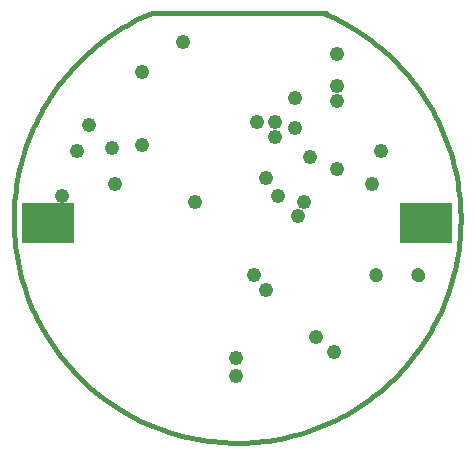
<source format=gbs>
G75*
%MOIN*%
%OFA0B0*%
%FSLAX25Y25*%
%IPPOS*%
%LPD*%
%AMOC8*
5,1,8,0,0,1.08239X$1,22.5*
%
%ADD10C,0.01600*%
%ADD11R,0.17800X0.13600*%
%ADD12C,0.00000*%
%ADD13C,0.04737*%
%ADD14C,0.04800*%
D10*
X0059923Y0145895D02*
X0058243Y0145181D01*
X0056581Y0144427D01*
X0054938Y0143632D01*
X0053314Y0142797D01*
X0051712Y0141922D01*
X0050132Y0141008D01*
X0048574Y0140056D01*
X0047041Y0139066D01*
X0045532Y0138039D01*
X0044048Y0136975D01*
X0042591Y0135875D01*
X0041162Y0134740D01*
X0039761Y0133569D01*
X0038389Y0132365D01*
X0037047Y0131128D01*
X0035735Y0129858D01*
X0034455Y0128557D01*
X0033208Y0127224D01*
X0031993Y0125861D01*
X0030812Y0124469D01*
X0029666Y0123048D01*
X0028555Y0121600D01*
X0027480Y0120125D01*
X0026441Y0118624D01*
X0025439Y0117098D01*
X0024475Y0115548D01*
X0023549Y0113974D01*
X0022662Y0112379D01*
X0021815Y0110762D01*
X0021007Y0109125D01*
X0020240Y0107469D01*
X0019513Y0105794D01*
X0018828Y0104102D01*
X0018185Y0102394D01*
X0017583Y0100670D01*
X0017024Y0098933D01*
X0016508Y0097182D01*
X0016035Y0095419D01*
X0015605Y0093644D01*
X0015218Y0091860D01*
X0014876Y0090067D01*
X0014578Y0088266D01*
X0014324Y0086459D01*
X0014114Y0084645D01*
X0013949Y0082827D01*
X0013828Y0081006D01*
X0013752Y0079182D01*
X0013721Y0077357D01*
X0013734Y0075531D01*
X0013793Y0073707D01*
X0013896Y0071884D01*
X0014043Y0070065D01*
X0014235Y0068249D01*
X0014472Y0066439D01*
X0014753Y0064636D01*
X0015078Y0062839D01*
X0015447Y0061052D01*
X0015860Y0059273D01*
X0016316Y0057506D01*
X0016815Y0055750D01*
X0017357Y0054007D01*
X0017942Y0052278D01*
X0018569Y0050563D01*
X0019238Y0048865D01*
X0019948Y0047183D01*
X0020699Y0045519D01*
X0021491Y0043874D01*
X0022323Y0042249D01*
X0023194Y0040645D01*
X0024105Y0039063D01*
X0025054Y0037504D01*
X0026040Y0035968D01*
X0027065Y0034457D01*
X0028126Y0032972D01*
X0029223Y0031513D01*
X0030355Y0030081D01*
X0031523Y0028677D01*
X0032724Y0027303D01*
X0033958Y0025958D01*
X0035226Y0024644D01*
X0036525Y0023362D01*
X0037855Y0022112D01*
X0039215Y0020894D01*
X0040605Y0019711D01*
X0042023Y0018562D01*
X0043469Y0017448D01*
X0044942Y0016369D01*
X0046441Y0015327D01*
X0047965Y0014323D01*
X0049513Y0013355D01*
X0051085Y0012427D01*
X0052679Y0011536D01*
X0054294Y0010686D01*
X0055929Y0009875D01*
X0057584Y0009104D01*
X0059257Y0008374D01*
X0060948Y0007686D01*
X0062655Y0007039D01*
X0064377Y0006434D01*
X0066114Y0005871D01*
X0067864Y0005351D01*
X0069626Y0004875D01*
X0071399Y0004441D01*
X0073182Y0004051D01*
X0074975Y0003705D01*
X0076775Y0003403D01*
X0078582Y0003146D01*
X0080395Y0002932D01*
X0082213Y0002763D01*
X0084034Y0002639D01*
X0085858Y0002560D01*
X0087683Y0002525D01*
X0089508Y0002535D01*
X0091333Y0002589D01*
X0093156Y0002689D01*
X0094976Y0002832D01*
X0096791Y0003021D01*
X0098602Y0003254D01*
X0100406Y0003531D01*
X0102203Y0003853D01*
X0103992Y0004218D01*
X0105771Y0004627D01*
X0107539Y0005080D01*
X0109296Y0005575D01*
X0111040Y0006114D01*
X0112771Y0006695D01*
X0114486Y0007319D01*
X0116186Y0007984D01*
X0117869Y0008691D01*
X0119534Y0009439D01*
X0121181Y0010227D01*
X0122807Y0011056D01*
X0124413Y0011924D01*
X0125997Y0012832D01*
X0127558Y0013777D01*
X0129096Y0014761D01*
X0130609Y0015782D01*
X0132097Y0016840D01*
X0133558Y0017935D01*
X0134992Y0019064D01*
X0136398Y0020229D01*
X0137775Y0021427D01*
X0139122Y0022659D01*
X0140438Y0023924D01*
X0141723Y0025220D01*
X0142976Y0026548D01*
X0144196Y0027906D01*
X0145383Y0029293D01*
X0146535Y0030709D01*
X0147652Y0032153D01*
X0148733Y0033624D01*
X0149778Y0035121D01*
X0150786Y0036643D01*
X0151756Y0038189D01*
X0152688Y0039758D01*
X0153581Y0041350D01*
X0154435Y0042964D01*
X0155249Y0044598D01*
X0156023Y0046251D01*
X0156757Y0047923D01*
X0157449Y0049612D01*
X0158099Y0051318D01*
X0158707Y0053039D01*
X0159273Y0054774D01*
X0159797Y0056523D01*
X0160277Y0058284D01*
X0160714Y0060057D01*
X0161107Y0061839D01*
X0161457Y0063631D01*
X0161762Y0065430D01*
X0162024Y0067237D01*
X0162241Y0069050D01*
X0162413Y0070867D01*
X0162541Y0072688D01*
X0162625Y0074511D01*
X0162663Y0076337D01*
X0162657Y0078162D01*
X0162606Y0079987D01*
X0162510Y0081810D01*
X0162370Y0083630D01*
X0162185Y0085446D01*
X0161956Y0087257D01*
X0161682Y0089062D01*
X0161364Y0090859D01*
X0161003Y0092649D01*
X0160597Y0094428D01*
X0160148Y0096198D01*
X0159656Y0097956D01*
X0159121Y0099701D01*
X0158543Y0101432D01*
X0157923Y0103149D01*
X0157261Y0104851D01*
X0156557Y0106535D01*
X0155813Y0108202D01*
X0155028Y0109850D01*
X0154202Y0111478D01*
X0153337Y0113086D01*
X0152433Y0114671D01*
X0151490Y0116235D01*
X0150510Y0117774D01*
X0149491Y0119289D01*
X0148436Y0120779D01*
X0147345Y0122242D01*
X0146218Y0123679D01*
X0145057Y0125087D01*
X0143861Y0126466D01*
X0142632Y0127816D01*
X0141370Y0129135D01*
X0140076Y0130422D01*
X0138751Y0131678D01*
X0137396Y0132901D01*
X0136011Y0134090D01*
X0134597Y0135245D01*
X0133155Y0136365D01*
X0131687Y0137449D01*
X0130192Y0138497D01*
X0128672Y0139508D01*
X0127128Y0140481D01*
X0125560Y0141416D01*
X0123970Y0142313D01*
X0122358Y0143170D01*
X0120726Y0143987D01*
X0119074Y0144765D01*
X0117404Y0145501D01*
X0117798Y0145894D02*
X0059924Y0145894D01*
D11*
X0025081Y0075737D03*
X0151066Y0075737D03*
D12*
X0146616Y0058375D02*
X0146618Y0058463D01*
X0146624Y0058551D01*
X0146634Y0058639D01*
X0146648Y0058727D01*
X0146665Y0058813D01*
X0146687Y0058899D01*
X0146712Y0058983D01*
X0146742Y0059067D01*
X0146774Y0059149D01*
X0146811Y0059229D01*
X0146851Y0059308D01*
X0146895Y0059385D01*
X0146942Y0059460D01*
X0146992Y0059532D01*
X0147046Y0059603D01*
X0147102Y0059670D01*
X0147162Y0059736D01*
X0147224Y0059798D01*
X0147290Y0059858D01*
X0147357Y0059914D01*
X0147428Y0059968D01*
X0147500Y0060018D01*
X0147575Y0060065D01*
X0147652Y0060109D01*
X0147731Y0060149D01*
X0147811Y0060186D01*
X0147893Y0060218D01*
X0147977Y0060248D01*
X0148061Y0060273D01*
X0148147Y0060295D01*
X0148233Y0060312D01*
X0148321Y0060326D01*
X0148409Y0060336D01*
X0148497Y0060342D01*
X0148585Y0060344D01*
X0148673Y0060342D01*
X0148761Y0060336D01*
X0148849Y0060326D01*
X0148937Y0060312D01*
X0149023Y0060295D01*
X0149109Y0060273D01*
X0149193Y0060248D01*
X0149277Y0060218D01*
X0149359Y0060186D01*
X0149439Y0060149D01*
X0149518Y0060109D01*
X0149595Y0060065D01*
X0149670Y0060018D01*
X0149742Y0059968D01*
X0149813Y0059914D01*
X0149880Y0059858D01*
X0149946Y0059798D01*
X0150008Y0059736D01*
X0150068Y0059670D01*
X0150124Y0059603D01*
X0150178Y0059532D01*
X0150228Y0059460D01*
X0150275Y0059385D01*
X0150319Y0059308D01*
X0150359Y0059229D01*
X0150396Y0059149D01*
X0150428Y0059067D01*
X0150458Y0058983D01*
X0150483Y0058899D01*
X0150505Y0058813D01*
X0150522Y0058727D01*
X0150536Y0058639D01*
X0150546Y0058551D01*
X0150552Y0058463D01*
X0150554Y0058375D01*
X0150552Y0058287D01*
X0150546Y0058199D01*
X0150536Y0058111D01*
X0150522Y0058023D01*
X0150505Y0057937D01*
X0150483Y0057851D01*
X0150458Y0057767D01*
X0150428Y0057683D01*
X0150396Y0057601D01*
X0150359Y0057521D01*
X0150319Y0057442D01*
X0150275Y0057365D01*
X0150228Y0057290D01*
X0150178Y0057218D01*
X0150124Y0057147D01*
X0150068Y0057080D01*
X0150008Y0057014D01*
X0149946Y0056952D01*
X0149880Y0056892D01*
X0149813Y0056836D01*
X0149742Y0056782D01*
X0149670Y0056732D01*
X0149595Y0056685D01*
X0149518Y0056641D01*
X0149439Y0056601D01*
X0149359Y0056564D01*
X0149277Y0056532D01*
X0149193Y0056502D01*
X0149109Y0056477D01*
X0149023Y0056455D01*
X0148937Y0056438D01*
X0148849Y0056424D01*
X0148761Y0056414D01*
X0148673Y0056408D01*
X0148585Y0056406D01*
X0148497Y0056408D01*
X0148409Y0056414D01*
X0148321Y0056424D01*
X0148233Y0056438D01*
X0148147Y0056455D01*
X0148061Y0056477D01*
X0147977Y0056502D01*
X0147893Y0056532D01*
X0147811Y0056564D01*
X0147731Y0056601D01*
X0147652Y0056641D01*
X0147575Y0056685D01*
X0147500Y0056732D01*
X0147428Y0056782D01*
X0147357Y0056836D01*
X0147290Y0056892D01*
X0147224Y0056952D01*
X0147162Y0057014D01*
X0147102Y0057080D01*
X0147046Y0057147D01*
X0146992Y0057218D01*
X0146942Y0057290D01*
X0146895Y0057365D01*
X0146851Y0057442D01*
X0146811Y0057521D01*
X0146774Y0057601D01*
X0146742Y0057683D01*
X0146712Y0057767D01*
X0146687Y0057851D01*
X0146665Y0057937D01*
X0146648Y0058023D01*
X0146634Y0058111D01*
X0146624Y0058199D01*
X0146618Y0058287D01*
X0146616Y0058375D01*
X0132443Y0058375D02*
X0132445Y0058463D01*
X0132451Y0058551D01*
X0132461Y0058639D01*
X0132475Y0058727D01*
X0132492Y0058813D01*
X0132514Y0058899D01*
X0132539Y0058983D01*
X0132569Y0059067D01*
X0132601Y0059149D01*
X0132638Y0059229D01*
X0132678Y0059308D01*
X0132722Y0059385D01*
X0132769Y0059460D01*
X0132819Y0059532D01*
X0132873Y0059603D01*
X0132929Y0059670D01*
X0132989Y0059736D01*
X0133051Y0059798D01*
X0133117Y0059858D01*
X0133184Y0059914D01*
X0133255Y0059968D01*
X0133327Y0060018D01*
X0133402Y0060065D01*
X0133479Y0060109D01*
X0133558Y0060149D01*
X0133638Y0060186D01*
X0133720Y0060218D01*
X0133804Y0060248D01*
X0133888Y0060273D01*
X0133974Y0060295D01*
X0134060Y0060312D01*
X0134148Y0060326D01*
X0134236Y0060336D01*
X0134324Y0060342D01*
X0134412Y0060344D01*
X0134500Y0060342D01*
X0134588Y0060336D01*
X0134676Y0060326D01*
X0134764Y0060312D01*
X0134850Y0060295D01*
X0134936Y0060273D01*
X0135020Y0060248D01*
X0135104Y0060218D01*
X0135186Y0060186D01*
X0135266Y0060149D01*
X0135345Y0060109D01*
X0135422Y0060065D01*
X0135497Y0060018D01*
X0135569Y0059968D01*
X0135640Y0059914D01*
X0135707Y0059858D01*
X0135773Y0059798D01*
X0135835Y0059736D01*
X0135895Y0059670D01*
X0135951Y0059603D01*
X0136005Y0059532D01*
X0136055Y0059460D01*
X0136102Y0059385D01*
X0136146Y0059308D01*
X0136186Y0059229D01*
X0136223Y0059149D01*
X0136255Y0059067D01*
X0136285Y0058983D01*
X0136310Y0058899D01*
X0136332Y0058813D01*
X0136349Y0058727D01*
X0136363Y0058639D01*
X0136373Y0058551D01*
X0136379Y0058463D01*
X0136381Y0058375D01*
X0136379Y0058287D01*
X0136373Y0058199D01*
X0136363Y0058111D01*
X0136349Y0058023D01*
X0136332Y0057937D01*
X0136310Y0057851D01*
X0136285Y0057767D01*
X0136255Y0057683D01*
X0136223Y0057601D01*
X0136186Y0057521D01*
X0136146Y0057442D01*
X0136102Y0057365D01*
X0136055Y0057290D01*
X0136005Y0057218D01*
X0135951Y0057147D01*
X0135895Y0057080D01*
X0135835Y0057014D01*
X0135773Y0056952D01*
X0135707Y0056892D01*
X0135640Y0056836D01*
X0135569Y0056782D01*
X0135497Y0056732D01*
X0135422Y0056685D01*
X0135345Y0056641D01*
X0135266Y0056601D01*
X0135186Y0056564D01*
X0135104Y0056532D01*
X0135020Y0056502D01*
X0134936Y0056477D01*
X0134850Y0056455D01*
X0134764Y0056438D01*
X0134676Y0056424D01*
X0134588Y0056414D01*
X0134500Y0056408D01*
X0134412Y0056406D01*
X0134324Y0056408D01*
X0134236Y0056414D01*
X0134148Y0056424D01*
X0134060Y0056438D01*
X0133974Y0056455D01*
X0133888Y0056477D01*
X0133804Y0056502D01*
X0133720Y0056532D01*
X0133638Y0056564D01*
X0133558Y0056601D01*
X0133479Y0056641D01*
X0133402Y0056685D01*
X0133327Y0056732D01*
X0133255Y0056782D01*
X0133184Y0056836D01*
X0133117Y0056892D01*
X0133051Y0056952D01*
X0132989Y0057014D01*
X0132929Y0057080D01*
X0132873Y0057147D01*
X0132819Y0057218D01*
X0132769Y0057290D01*
X0132722Y0057365D01*
X0132678Y0057442D01*
X0132638Y0057521D01*
X0132601Y0057601D01*
X0132569Y0057683D01*
X0132539Y0057767D01*
X0132514Y0057851D01*
X0132492Y0057937D01*
X0132475Y0058023D01*
X0132461Y0058111D01*
X0132451Y0058199D01*
X0132445Y0058287D01*
X0132443Y0058375D01*
D13*
X0134412Y0058375D03*
X0148585Y0058375D03*
D14*
X0120357Y0032706D03*
X0114451Y0037627D03*
X0097719Y0053375D03*
X0093782Y0058296D03*
X0108546Y0077981D03*
X0110514Y0082902D03*
X0101656Y0084871D03*
X0097719Y0090776D03*
X0100672Y0104556D03*
X0100672Y0109477D03*
X0094766Y0109477D03*
X0107562Y0107509D03*
X0107562Y0117351D03*
X0121341Y0116367D03*
X0121341Y0121288D03*
X0121341Y0132115D03*
X0136105Y0099635D03*
X0133152Y0088808D03*
X0121341Y0093729D03*
X0112483Y0097666D03*
X0074097Y0082902D03*
X0056381Y0101603D03*
X0046538Y0100619D03*
X0038664Y0108493D03*
X0034727Y0099635D03*
X0047522Y0088808D03*
X0029806Y0084871D03*
X0056381Y0126209D03*
X0070160Y0136052D03*
X0087877Y0030737D03*
X0087877Y0024831D03*
M02*

</source>
